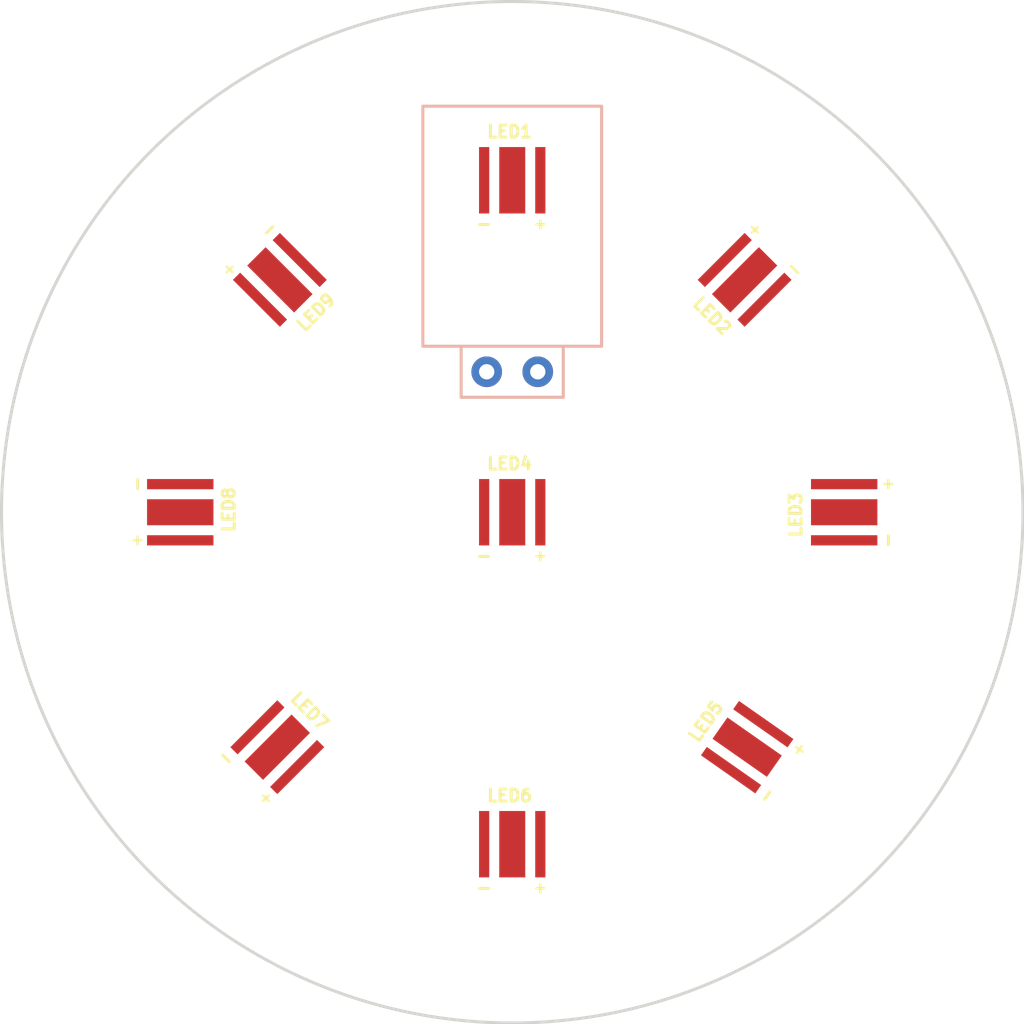
<source format=kicad_pcb>
(kicad_pcb (version 4) (host pcbnew 4.0.7)

  (general
    (links 18)
    (no_connects 18)
    (area 101.524999 39.6845 152.475001 101.675001)
    (thickness 1.6)
    (drawings 1)
    (tracks 0)
    (zones 0)
    (modules 10)
    (nets 12)
  )

  (page A4)
  (title_block
    (title "LED Pod Board")
    (date 2018-04-21)
    (rev 1)
    (company "Mars Rover Design Team")
    (comment 1 "Forward Voltge of 3.1V at 1.5A")
    (comment 2 "Series string of nine Cree XLamp XP-G2 LEDs on a circular pcb. Each has max.")
  )

  (layers
    (0 F.Cu signal)
    (31 B.Cu signal)
    (32 B.Adhes user)
    (33 F.Adhes user)
    (34 B.Paste user)
    (35 F.Paste user)
    (36 B.SilkS user)
    (37 F.SilkS user)
    (38 B.Mask user)
    (39 F.Mask user)
    (40 Dwgs.User user)
    (41 Cmts.User user)
    (42 Eco1.User user)
    (43 Eco2.User user)
    (44 Edge.Cuts user)
    (45 Margin user)
    (46 B.CrtYd user)
    (47 F.CrtYd user)
    (48 B.Fab user)
    (49 F.Fab user)
  )

  (setup
    (last_trace_width 0.25)
    (trace_clearance 0.2)
    (zone_clearance 0.508)
    (zone_45_only no)
    (trace_min 0.2)
    (segment_width 0.2)
    (edge_width 0.15)
    (via_size 0.6)
    (via_drill 0.4)
    (via_min_size 0.4)
    (via_min_drill 0.3)
    (uvia_size 0.3)
    (uvia_drill 0.1)
    (uvias_allowed no)
    (uvia_min_size 0.2)
    (uvia_min_drill 0.1)
    (pcb_text_width 0.3)
    (pcb_text_size 1.5 1.5)
    (mod_edge_width 0.15)
    (mod_text_size 1 1)
    (mod_text_width 0.15)
    (pad_size 1.524 1.524)
    (pad_drill 0.762)
    (pad_to_mask_clearance 0.2)
    (aux_axis_origin 0 0)
    (visible_elements 7FFFFFFF)
    (pcbplotparams
      (layerselection 0x00030_80000001)
      (usegerberextensions false)
      (excludeedgelayer true)
      (linewidth 0.100000)
      (plotframeref false)
      (viasonmask false)
      (mode 1)
      (useauxorigin false)
      (hpglpennumber 1)
      (hpglpenspeed 20)
      (hpglpendiameter 15)
      (hpglpenoverlay 2)
      (psnegative false)
      (psa4output false)
      (plotreference true)
      (plotvalue true)
      (plotinvisibletext false)
      (padsonsilk false)
      (subtractmaskfromsilk false)
      (outputformat 1)
      (mirror false)
      (drillshape 1)
      (scaleselection 1)
      (outputdirectory ""))
  )

  (net 0 "")
  (net 1 /VIN)
  (net 2 /GND)
  (net 3 "Net-(LED1-Pad3)")
  (net 4 "Net-(LED1-Pad2)")
  (net 5 "Net-(LED2-Pad2)")
  (net 6 "Net-(LED3-Pad2)")
  (net 7 "Net-(LED4-Pad2)")
  (net 8 "Net-(LED5-Pad2)")
  (net 9 "Net-(LED6-Pad2)")
  (net 10 "Net-(LED7-Pad2)")
  (net 11 "Net-(LED8-Pad2)")

  (net_class Default "This is the default net class."
    (clearance 0.2)
    (trace_width 0.25)
    (via_dia 0.6)
    (via_drill 0.4)
    (uvia_dia 0.3)
    (uvia_drill 0.1)
    (add_net /GND)
    (add_net /VIN)
    (add_net "Net-(LED1-Pad2)")
    (add_net "Net-(LED1-Pad3)")
    (add_net "Net-(LED2-Pad2)")
    (add_net "Net-(LED3-Pad2)")
    (add_net "Net-(LED4-Pad2)")
    (add_net "Net-(LED5-Pad2)")
    (add_net "Net-(LED6-Pad2)")
    (add_net "Net-(LED7-Pad2)")
    (add_net "Net-(LED8-Pad2)")
  )

  (module MRDT_Connectors:MOLEX_SL_2_Horizontal (layer B.Cu) (tedit 5ADBFBA4) (tstamp 5ADBF978)
    (at 127 69.215 180)
    (path /5ADC1FE2)
    (fp_text reference Conn1 (at 0 -2.54 180) (layer B.SilkS) hide
      (effects (font (size 1 1) (thickness 0.15)) (justify mirror))
    )
    (fp_text value Molex_SL_2 (at 1.27 -2.286 180) (layer B.Fab)
      (effects (font (size 1 1) (thickness 0.15)) (justify mirror))
    )
    (fp_line (start -4.445 1.27) (end 4.445 1.27) (layer B.SilkS) (width 0.15))
    (fp_line (start 4.445 1.27) (end 4.445 13.208) (layer B.SilkS) (width 0.15))
    (fp_line (start 2.54 -1.27) (end -2.54 -1.27) (layer B.SilkS) (width 0.15))
    (fp_line (start -4.445 13.208) (end 4.445 13.208) (layer B.SilkS) (width 0.15))
    (fp_line (start -4.445 1.27) (end -4.445 13.208) (layer B.SilkS) (width 0.15))
    (fp_line (start 2.54 1.27) (end 2.54 -1.27) (layer B.SilkS) (width 0.15))
    (fp_line (start -2.54 -1.27) (end -2.54 1.27) (layer B.SilkS) (width 0.15))
    (pad 1 thru_hole circle (at -1.27 0 180) (size 1.524 1.524) (drill 0.762) (layers *.Cu *.Mask)
      (net 1 /VIN))
    (pad 2 thru_hole circle (at 1.27 0 180) (size 1.524 1.524) (drill 0.762) (layers *.Cu *.Mask)
      (net 2 /GND))
  )

  (module MRDT_Actives:LED_CREE_XLAMP_XPG (layer F.Cu) (tedit 5AAC470F) (tstamp 5ADBF97F)
    (at 127 59.69 180)
    (path /5ADC1597)
    (fp_text reference LED1 (at 0.127 2.413 180) (layer F.SilkS)
      (effects (font (size 0.6 0.6) (thickness 0.15)))
    )
    (fp_text value LED3P (at 0 -3.048 180) (layer F.Fab)
      (effects (font (size 0.3 0.3) (thickness 0.075)))
    )
    (fp_text user + (at -1.397 -2.159 180) (layer F.SilkS)
      (effects (font (size 0.5 0.5) (thickness 0.125)))
    )
    (fp_text user - (at 1.397 -2.159 180) (layer F.SilkS)
      (effects (font (size 0.6 0.6) (thickness 0.15)))
    )
    (fp_line (start -1.7272 1.4732) (end -1.4732 1.7272) (layer Dwgs.User) (width 0.1524))
    (fp_line (start 0 -1.7272) (end -1.7272 -1.7272) (layer Dwgs.User) (width 0.1524))
    (fp_line (start 0 1.7272) (end -1.7272 1.7272) (layer Dwgs.User) (width 0.1524))
    (fp_line (start 0 -1.7272) (end 1.7272 -1.7272) (layer Dwgs.User) (width 0.1524))
    (fp_line (start 0 1.7272) (end 1.7272 1.7272) (layer Dwgs.User) (width 0.1524))
    (fp_line (start 1.7272 1.7272) (end 1.7272 -1.7272) (layer Dwgs.User) (width 0.1524))
    (fp_line (start -1.7272 1.7272) (end -1.7272 -1.7272) (layer Dwgs.User) (width 0.1524))
    (pad 1 smd rect (at -1.397 0 270) (size 3.302 0.508) (layers F.Cu F.Paste F.Mask)
      (net 1 /VIN))
    (pad 3 smd rect (at 0 0 270) (size 3.302 1.2954) (layers F.Cu F.Paste F.Mask)
      (net 3 "Net-(LED1-Pad3)"))
    (pad 2 smd rect (at 1.397 0 270) (size 3.302 0.508) (layers F.Cu F.Paste F.Mask)
      (net 4 "Net-(LED1-Pad2)"))
  )

  (module MRDT_Actives:LED_CREE_XLAMP_XPG (layer F.Cu) (tedit 5AAC470F) (tstamp 5ADBF986)
    (at 138.557 64.643 315)
    (path /5ADC1629)
    (fp_text reference LED2 (at 0.127 2.413 315) (layer F.SilkS)
      (effects (font (size 0.6 0.6) (thickness 0.15)))
    )
    (fp_text value LED3P (at 0 -3.048 315) (layer F.Fab)
      (effects (font (size 0.3 0.3) (thickness 0.075)))
    )
    (fp_text user + (at -1.397 -2.159 315) (layer F.SilkS)
      (effects (font (size 0.5 0.5) (thickness 0.125)))
    )
    (fp_text user - (at 1.397 -2.159 315) (layer F.SilkS)
      (effects (font (size 0.6 0.6) (thickness 0.15)))
    )
    (fp_line (start -1.7272 1.4732) (end -1.4732 1.7272) (layer Dwgs.User) (width 0.1524))
    (fp_line (start 0 -1.7272) (end -1.7272 -1.7272) (layer Dwgs.User) (width 0.1524))
    (fp_line (start 0 1.7272) (end -1.7272 1.7272) (layer Dwgs.User) (width 0.1524))
    (fp_line (start 0 -1.7272) (end 1.7272 -1.7272) (layer Dwgs.User) (width 0.1524))
    (fp_line (start 0 1.7272) (end 1.7272 1.7272) (layer Dwgs.User) (width 0.1524))
    (fp_line (start 1.7272 1.7272) (end 1.7272 -1.7272) (layer Dwgs.User) (width 0.1524))
    (fp_line (start -1.7272 1.7272) (end -1.7272 -1.7272) (layer Dwgs.User) (width 0.1524))
    (pad 1 smd rect (at -1.397 0 45) (size 3.302 0.508) (layers F.Cu F.Paste F.Mask)
      (net 4 "Net-(LED1-Pad2)"))
    (pad 3 smd rect (at 0 0 45) (size 3.302 1.2954) (layers F.Cu F.Paste F.Mask)
      (net 3 "Net-(LED1-Pad3)"))
    (pad 2 smd rect (at 1.397 0 45) (size 3.302 0.508) (layers F.Cu F.Paste F.Mask)
      (net 5 "Net-(LED2-Pad2)"))
  )

  (module MRDT_Actives:LED_CREE_XLAMP_XPG (layer F.Cu) (tedit 5AAC470F) (tstamp 5ADBF98D)
    (at 143.51 76.2 270)
    (path /5ADC169D)
    (fp_text reference LED3 (at 0.127 2.413 270) (layer F.SilkS)
      (effects (font (size 0.6 0.6) (thickness 0.15)))
    )
    (fp_text value LED3P (at 0 -3.048 270) (layer F.Fab)
      (effects (font (size 0.3 0.3) (thickness 0.075)))
    )
    (fp_text user + (at -1.397 -2.159 270) (layer F.SilkS)
      (effects (font (size 0.5 0.5) (thickness 0.125)))
    )
    (fp_text user - (at 1.397 -2.159 270) (layer F.SilkS)
      (effects (font (size 0.6 0.6) (thickness 0.15)))
    )
    (fp_line (start -1.7272 1.4732) (end -1.4732 1.7272) (layer Dwgs.User) (width 0.1524))
    (fp_line (start 0 -1.7272) (end -1.7272 -1.7272) (layer Dwgs.User) (width 0.1524))
    (fp_line (start 0 1.7272) (end -1.7272 1.7272) (layer Dwgs.User) (width 0.1524))
    (fp_line (start 0 -1.7272) (end 1.7272 -1.7272) (layer Dwgs.User) (width 0.1524))
    (fp_line (start 0 1.7272) (end 1.7272 1.7272) (layer Dwgs.User) (width 0.1524))
    (fp_line (start 1.7272 1.7272) (end 1.7272 -1.7272) (layer Dwgs.User) (width 0.1524))
    (fp_line (start -1.7272 1.7272) (end -1.7272 -1.7272) (layer Dwgs.User) (width 0.1524))
    (pad 1 smd rect (at -1.397 0) (size 3.302 0.508) (layers F.Cu F.Paste F.Mask)
      (net 5 "Net-(LED2-Pad2)"))
    (pad 3 smd rect (at 0 0) (size 3.302 1.2954) (layers F.Cu F.Paste F.Mask)
      (net 3 "Net-(LED1-Pad3)"))
    (pad 2 smd rect (at 1.397 0) (size 3.302 0.508) (layers F.Cu F.Paste F.Mask)
      (net 6 "Net-(LED3-Pad2)"))
  )

  (module MRDT_Actives:LED_CREE_XLAMP_XPG (layer F.Cu) (tedit 5AAC470F) (tstamp 5ADBF994)
    (at 127 76.2 180)
    (path /5ADC16D0)
    (fp_text reference LED4 (at 0.127 2.413 180) (layer F.SilkS)
      (effects (font (size 0.6 0.6) (thickness 0.15)))
    )
    (fp_text value LED3P (at 0 -3.048 180) (layer F.Fab)
      (effects (font (size 0.3 0.3) (thickness 0.075)))
    )
    (fp_text user + (at -1.397 -2.159 180) (layer F.SilkS)
      (effects (font (size 0.5 0.5) (thickness 0.125)))
    )
    (fp_text user - (at 1.397 -2.159 180) (layer F.SilkS)
      (effects (font (size 0.6 0.6) (thickness 0.15)))
    )
    (fp_line (start -1.7272 1.4732) (end -1.4732 1.7272) (layer Dwgs.User) (width 0.1524))
    (fp_line (start 0 -1.7272) (end -1.7272 -1.7272) (layer Dwgs.User) (width 0.1524))
    (fp_line (start 0 1.7272) (end -1.7272 1.7272) (layer Dwgs.User) (width 0.1524))
    (fp_line (start 0 -1.7272) (end 1.7272 -1.7272) (layer Dwgs.User) (width 0.1524))
    (fp_line (start 0 1.7272) (end 1.7272 1.7272) (layer Dwgs.User) (width 0.1524))
    (fp_line (start 1.7272 1.7272) (end 1.7272 -1.7272) (layer Dwgs.User) (width 0.1524))
    (fp_line (start -1.7272 1.7272) (end -1.7272 -1.7272) (layer Dwgs.User) (width 0.1524))
    (pad 1 smd rect (at -1.397 0 270) (size 3.302 0.508) (layers F.Cu F.Paste F.Mask)
      (net 6 "Net-(LED3-Pad2)"))
    (pad 3 smd rect (at 0 0 270) (size 3.302 1.2954) (layers F.Cu F.Paste F.Mask)
      (net 3 "Net-(LED1-Pad3)"))
    (pad 2 smd rect (at 1.397 0 270) (size 3.302 0.508) (layers F.Cu F.Paste F.Mask)
      (net 7 "Net-(LED4-Pad2)"))
  )

  (module MRDT_Actives:LED_CREE_XLAMP_XPG (layer F.Cu) (tedit 5AAC470F) (tstamp 5ADBF99B)
    (at 138.684 87.884 235)
    (path /5ADC1702)
    (fp_text reference LED5 (at 0.127 2.413 235) (layer F.SilkS)
      (effects (font (size 0.6 0.6) (thickness 0.15)))
    )
    (fp_text value LED3P (at 0 -3.048 235) (layer F.Fab)
      (effects (font (size 0.3 0.3) (thickness 0.075)))
    )
    (fp_text user + (at -1.397 -2.159 235) (layer F.SilkS)
      (effects (font (size 0.5 0.5) (thickness 0.125)))
    )
    (fp_text user - (at 1.397 -2.159 235) (layer F.SilkS)
      (effects (font (size 0.6 0.6) (thickness 0.15)))
    )
    (fp_line (start -1.7272 1.4732) (end -1.4732 1.7272) (layer Dwgs.User) (width 0.1524))
    (fp_line (start 0 -1.7272) (end -1.7272 -1.7272) (layer Dwgs.User) (width 0.1524))
    (fp_line (start 0 1.7272) (end -1.7272 1.7272) (layer Dwgs.User) (width 0.1524))
    (fp_line (start 0 -1.7272) (end 1.7272 -1.7272) (layer Dwgs.User) (width 0.1524))
    (fp_line (start 0 1.7272) (end 1.7272 1.7272) (layer Dwgs.User) (width 0.1524))
    (fp_line (start 1.7272 1.7272) (end 1.7272 -1.7272) (layer Dwgs.User) (width 0.1524))
    (fp_line (start -1.7272 1.7272) (end -1.7272 -1.7272) (layer Dwgs.User) (width 0.1524))
    (pad 1 smd rect (at -1.397 0 325) (size 3.302 0.508) (layers F.Cu F.Paste F.Mask)
      (net 7 "Net-(LED4-Pad2)"))
    (pad 3 smd rect (at 0 0 325) (size 3.302 1.2954) (layers F.Cu F.Paste F.Mask)
      (net 3 "Net-(LED1-Pad3)"))
    (pad 2 smd rect (at 1.397 0 325) (size 3.302 0.508) (layers F.Cu F.Paste F.Mask)
      (net 8 "Net-(LED5-Pad2)"))
  )

  (module MRDT_Actives:LED_CREE_XLAMP_XPG (layer F.Cu) (tedit 5AAC470F) (tstamp 5ADBF9A2)
    (at 127 92.71 180)
    (path /5ADC173F)
    (fp_text reference LED6 (at 0.127 2.413 180) (layer F.SilkS)
      (effects (font (size 0.6 0.6) (thickness 0.15)))
    )
    (fp_text value LED3P (at 0 -3.048 180) (layer F.Fab)
      (effects (font (size 0.3 0.3) (thickness 0.075)))
    )
    (fp_text user + (at -1.397 -2.159 180) (layer F.SilkS)
      (effects (font (size 0.5 0.5) (thickness 0.125)))
    )
    (fp_text user - (at 1.397 -2.159 180) (layer F.SilkS)
      (effects (font (size 0.6 0.6) (thickness 0.15)))
    )
    (fp_line (start -1.7272 1.4732) (end -1.4732 1.7272) (layer Dwgs.User) (width 0.1524))
    (fp_line (start 0 -1.7272) (end -1.7272 -1.7272) (layer Dwgs.User) (width 0.1524))
    (fp_line (start 0 1.7272) (end -1.7272 1.7272) (layer Dwgs.User) (width 0.1524))
    (fp_line (start 0 -1.7272) (end 1.7272 -1.7272) (layer Dwgs.User) (width 0.1524))
    (fp_line (start 0 1.7272) (end 1.7272 1.7272) (layer Dwgs.User) (width 0.1524))
    (fp_line (start 1.7272 1.7272) (end 1.7272 -1.7272) (layer Dwgs.User) (width 0.1524))
    (fp_line (start -1.7272 1.7272) (end -1.7272 -1.7272) (layer Dwgs.User) (width 0.1524))
    (pad 1 smd rect (at -1.397 0 270) (size 3.302 0.508) (layers F.Cu F.Paste F.Mask)
      (net 8 "Net-(LED5-Pad2)"))
    (pad 3 smd rect (at 0 0 270) (size 3.302 1.2954) (layers F.Cu F.Paste F.Mask)
      (net 3 "Net-(LED1-Pad3)"))
    (pad 2 smd rect (at 1.397 0 270) (size 3.302 0.508) (layers F.Cu F.Paste F.Mask)
      (net 9 "Net-(LED6-Pad2)"))
  )

  (module MRDT_Actives:LED_CREE_XLAMP_XPG (layer F.Cu) (tedit 5AAC470F) (tstamp 5ADBF9A9)
    (at 115.316 87.884 135)
    (path /5ADC1775)
    (fp_text reference LED7 (at 0.127 2.413 135) (layer F.SilkS)
      (effects (font (size 0.6 0.6) (thickness 0.15)))
    )
    (fp_text value LED3P (at 0 -3.048 135) (layer F.Fab)
      (effects (font (size 0.3 0.3) (thickness 0.075)))
    )
    (fp_text user + (at -1.397 -2.159 135) (layer F.SilkS)
      (effects (font (size 0.5 0.5) (thickness 0.125)))
    )
    (fp_text user - (at 1.397 -2.159 135) (layer F.SilkS)
      (effects (font (size 0.6 0.6) (thickness 0.15)))
    )
    (fp_line (start -1.7272 1.4732) (end -1.4732 1.7272) (layer Dwgs.User) (width 0.1524))
    (fp_line (start 0 -1.7272) (end -1.7272 -1.7272) (layer Dwgs.User) (width 0.1524))
    (fp_line (start 0 1.7272) (end -1.7272 1.7272) (layer Dwgs.User) (width 0.1524))
    (fp_line (start 0 -1.7272) (end 1.7272 -1.7272) (layer Dwgs.User) (width 0.1524))
    (fp_line (start 0 1.7272) (end 1.7272 1.7272) (layer Dwgs.User) (width 0.1524))
    (fp_line (start 1.7272 1.7272) (end 1.7272 -1.7272) (layer Dwgs.User) (width 0.1524))
    (fp_line (start -1.7272 1.7272) (end -1.7272 -1.7272) (layer Dwgs.User) (width 0.1524))
    (pad 1 smd rect (at -1.397 0 225) (size 3.302 0.508) (layers F.Cu F.Paste F.Mask)
      (net 9 "Net-(LED6-Pad2)"))
    (pad 3 smd rect (at 0 0 225) (size 3.302 1.2954) (layers F.Cu F.Paste F.Mask)
      (net 3 "Net-(LED1-Pad3)"))
    (pad 2 smd rect (at 1.397 0 225) (size 3.302 0.508) (layers F.Cu F.Paste F.Mask)
      (net 10 "Net-(LED7-Pad2)"))
  )

  (module MRDT_Actives:LED_CREE_XLAMP_XPG (layer F.Cu) (tedit 5AAC470F) (tstamp 5ADBF9B0)
    (at 110.49 76.2 90)
    (path /5ADC17B0)
    (fp_text reference LED8 (at 0.127 2.413 90) (layer F.SilkS)
      (effects (font (size 0.6 0.6) (thickness 0.15)))
    )
    (fp_text value LED3P (at 0 -3.048 90) (layer F.Fab)
      (effects (font (size 0.3 0.3) (thickness 0.075)))
    )
    (fp_text user + (at -1.397 -2.159 90) (layer F.SilkS)
      (effects (font (size 0.5 0.5) (thickness 0.125)))
    )
    (fp_text user - (at 1.397 -2.159 90) (layer F.SilkS)
      (effects (font (size 0.6 0.6) (thickness 0.15)))
    )
    (fp_line (start -1.7272 1.4732) (end -1.4732 1.7272) (layer Dwgs.User) (width 0.1524))
    (fp_line (start 0 -1.7272) (end -1.7272 -1.7272) (layer Dwgs.User) (width 0.1524))
    (fp_line (start 0 1.7272) (end -1.7272 1.7272) (layer Dwgs.User) (width 0.1524))
    (fp_line (start 0 -1.7272) (end 1.7272 -1.7272) (layer Dwgs.User) (width 0.1524))
    (fp_line (start 0 1.7272) (end 1.7272 1.7272) (layer Dwgs.User) (width 0.1524))
    (fp_line (start 1.7272 1.7272) (end 1.7272 -1.7272) (layer Dwgs.User) (width 0.1524))
    (fp_line (start -1.7272 1.7272) (end -1.7272 -1.7272) (layer Dwgs.User) (width 0.1524))
    (pad 1 smd rect (at -1.397 0 180) (size 3.302 0.508) (layers F.Cu F.Paste F.Mask)
      (net 10 "Net-(LED7-Pad2)"))
    (pad 3 smd rect (at 0 0 180) (size 3.302 1.2954) (layers F.Cu F.Paste F.Mask)
      (net 3 "Net-(LED1-Pad3)"))
    (pad 2 smd rect (at 1.397 0 180) (size 3.302 0.508) (layers F.Cu F.Paste F.Mask)
      (net 11 "Net-(LED8-Pad2)"))
  )

  (module MRDT_Actives:LED_CREE_XLAMP_XPG (layer F.Cu) (tedit 5AAC470F) (tstamp 5ADBF9B7)
    (at 115.443 64.643 45)
    (path /5ADC17EC)
    (fp_text reference LED9 (at 0.127 2.413 45) (layer F.SilkS)
      (effects (font (size 0.6 0.6) (thickness 0.15)))
    )
    (fp_text value LED3P (at 0 -3.048 45) (layer F.Fab)
      (effects (font (size 0.3 0.3) (thickness 0.075)))
    )
    (fp_text user + (at -1.397 -2.159 45) (layer F.SilkS)
      (effects (font (size 0.5 0.5) (thickness 0.125)))
    )
    (fp_text user - (at 1.397 -2.159 45) (layer F.SilkS)
      (effects (font (size 0.6 0.6) (thickness 0.15)))
    )
    (fp_line (start -1.7272 1.4732) (end -1.4732 1.7272) (layer Dwgs.User) (width 0.1524))
    (fp_line (start 0 -1.7272) (end -1.7272 -1.7272) (layer Dwgs.User) (width 0.1524))
    (fp_line (start 0 1.7272) (end -1.7272 1.7272) (layer Dwgs.User) (width 0.1524))
    (fp_line (start 0 -1.7272) (end 1.7272 -1.7272) (layer Dwgs.User) (width 0.1524))
    (fp_line (start 0 1.7272) (end 1.7272 1.7272) (layer Dwgs.User) (width 0.1524))
    (fp_line (start 1.7272 1.7272) (end 1.7272 -1.7272) (layer Dwgs.User) (width 0.1524))
    (fp_line (start -1.7272 1.7272) (end -1.7272 -1.7272) (layer Dwgs.User) (width 0.1524))
    (pad 1 smd rect (at -1.397 0 135) (size 3.302 0.508) (layers F.Cu F.Paste F.Mask)
      (net 11 "Net-(LED8-Pad2)"))
    (pad 3 smd rect (at 0 0 135) (size 3.302 1.2954) (layers F.Cu F.Paste F.Mask)
      (net 3 "Net-(LED1-Pad3)"))
    (pad 2 smd rect (at 1.397 0 135) (size 3.302 0.508) (layers F.Cu F.Paste F.Mask)
      (net 2 /GND))
  )

  (gr_circle (center 127 76.2) (end 127 101.6) (layer Edge.Cuts) (width 0.15))

)

</source>
